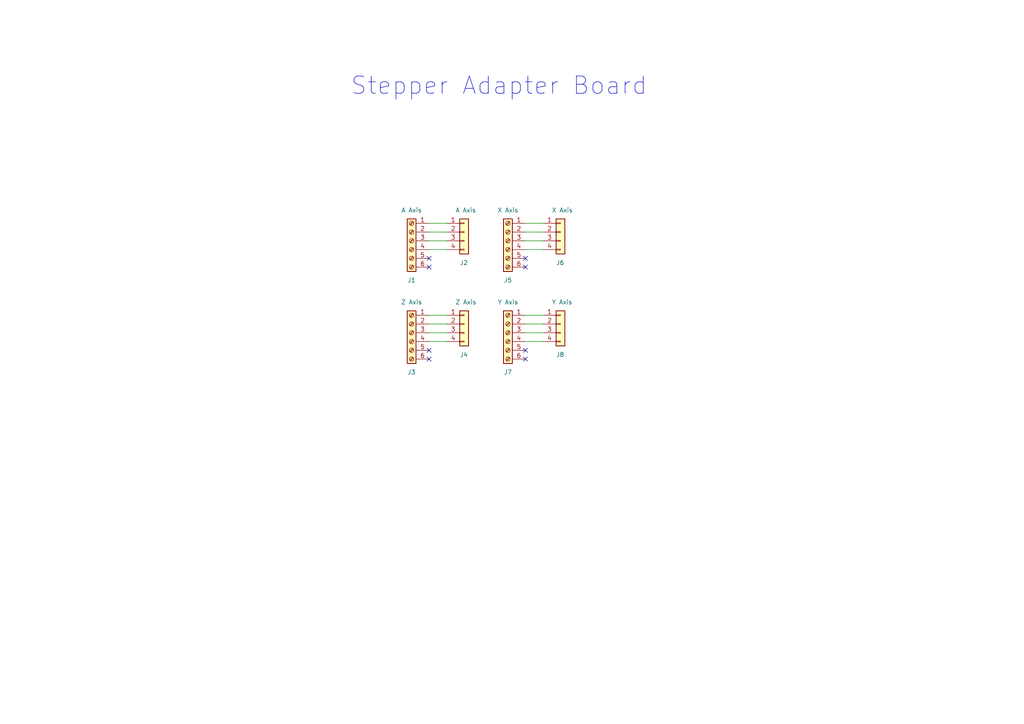
<source format=kicad_sch>
(kicad_sch (version 20211123) (generator eeschema)
  (paper "A4")
  (title_block (title "Stepper Adapter Board"))
  (lib_symbols
    (symbol "Connector:Screw_Terminal_01x06" (pin_names (offset 1.016) hide)
      (property "Reference" "J" (at 0 7.62 0))
      (property "Value" "Screw_Terminal_01x06" (at 0 -10.16 0))
      (symbol "Screw_Terminal_01x06_1_1"
        (rectangle (start -1.27 6.35) (end 1.27 -8.89) (stroke (width 0.254)) (fill (type background)))
        (circle (center 0 -7.62) (radius 0.635) (stroke (width 0.1524)))
        (circle (center 0 -5.08) (radius 0.635) (stroke (width 0.1524)))
        (circle (center 0 -2.54) (radius 0.635) (stroke (width 0.1524)))
        (polyline (pts (xy -0.5334 -7.2898) (xy 0.3302 -8.128)) (stroke (width 0.1524)))
        (polyline (pts (xy -0.5334 -4.7498) (xy 0.3302 -5.588)) (stroke (width 0.1524)))
        (polyline (pts (xy -0.5334 -2.2098) (xy 0.3302 -3.048)) (stroke (width 0.1524)))
        (polyline (pts (xy -0.5334 0.3302) (xy 0.3302 -0.508)) (stroke (width 0.1524)))
        (polyline (pts (xy -0.5334 2.8702) (xy 0.3302 2.032)) (stroke (width 0.1524)))
        (polyline (pts (xy -0.5334 5.4102) (xy 0.3302 4.572)) (stroke (width 0.1524)))
        (polyline (pts (xy -0.3556 -7.112) (xy 0.508 -7.9502)) (stroke (width 0.1524)))
        (polyline (pts (xy -0.3556 -4.572) (xy 0.508 -5.4102)) (stroke (width 0.1524)))
        (polyline (pts (xy -0.3556 -2.032) (xy 0.508 -2.8702)) (stroke (width 0.1524)))
        (polyline (pts (xy -0.3556 0.508) (xy 0.508 -0.3302)) (stroke (width 0.1524)))
        (polyline (pts (xy -0.3556 3.048) (xy 0.508 2.2098)) (stroke (width 0.1524)))
        (polyline (pts (xy -0.3556 5.588) (xy 0.508 4.7498)) (stroke (width 0.1524)))
        (circle (center 0 0) (radius 0.635) (stroke (width 0.1524)))
        (circle (center 0 2.54) (radius 0.635) (stroke (width 0.1524)))
        (circle (center 0 5.08) (radius 0.635) (stroke (width 0.1524)))
        (pin passive line (at -5.08 5.08 0) (length 3.81) (name "Pin_1") (number "1"))
        (pin passive line (at -5.08 2.54 0) (length 3.81) (name "Pin_2") (number "2"))
        (pin passive line (at -5.08 0 0) (length 3.81) (name "Pin_3") (number "3"))
        (pin passive line (at -5.08 -2.54 0) (length 3.81) (name "Pin_4") (number "4"))
        (pin passive line (at -5.08 -5.08 0) (length 3.81) (name "Pin_5") (number "5"))
        (pin passive line (at -5.08 -7.62 0) (length 3.81) (name "Pin_6") (number "6"))
      )
    )
    (symbol "Connector_Generic:Conn_01x04" (pin_names (offset 1.016) hide)
      (property "Reference" "J" (at 0 5.08 0))
      (property "Value" "Conn_01x04" (at 0 -7.62 0))
      (symbol "Conn_01x04_1_1"
        (rectangle (start -1.27 -4.953) (end 0 -5.207) (stroke (width 0.1524)))
        (rectangle (start -1.27 -2.413) (end 0 -2.667) (stroke (width 0.1524)))
        (rectangle (start -1.27 0.127) (end 0 -0.127) (stroke (width 0.1524)))
        (rectangle (start -1.27 2.667) (end 0 2.413) (stroke (width 0.1524)))
        (rectangle (start -1.27 3.81) (end 1.27 -6.35) (stroke (width 0.254)) (fill (type background)))
        (pin passive line (at -5.08 2.54 0) (length 3.81) (name "Pin_1") (number "1"))
        (pin passive line (at -5.08 0 0) (length 3.81) (name "Pin_2") (number "2"))
        (pin passive line (at -5.08 -2.54 0) (length 3.81) (name "Pin_3") (number "3"))
        (pin passive line (at -5.08 -5.08 0) (length 3.81) (name "Pin_4") (number "4"))
      )
    )
  )
  (no_connect (at 124.46 74.93))
  (no_connect (at 124.46 77.47))
  (no_connect (at 152.4 77.47))
  (no_connect (at 152.4 101.6))
  (no_connect (at 152.4 104.14))
  (no_connect (at 152.4 74.93))
  (no_connect (at 124.46 101.6))
  (no_connect (at 124.46 104.14))
  (wire (pts (xy 124.46 72.39) (xy 129.54 72.39)))
  (wire (pts (xy 124.46 96.52) (xy 129.54 96.52)))
  (wire (pts (xy 152.4 64.77) (xy 157.48 64.77)))
  (wire (pts (xy 124.46 99.06) (xy 129.54 99.06)))
  (wire (pts (xy 152.4 96.52) (xy 157.48 96.52)))
  (wire (pts (xy 152.4 99.06) (xy 157.48 99.06)))
  (wire (pts (xy 152.4 91.44) (xy 157.48 91.44)))
  (wire (pts (xy 152.4 93.98) (xy 157.48 93.98)))
  (wire (pts (xy 124.46 91.44) (xy 129.54 91.44)))
  (wire (pts (xy 152.4 69.85) (xy 157.48 69.85)))
  (wire (pts (xy 124.46 69.85) (xy 129.54 69.85)))
  (wire (pts (xy 124.46 93.98) (xy 129.54 93.98)))
  (wire (pts (xy 124.46 67.31) (xy 129.54 67.31)))
  (wire (pts (xy 152.4 67.31) (xy 157.48 67.31)))
  (wire (pts (xy 124.46 64.77) (xy 129.54 64.77)))
  (wire (pts (xy 152.4 72.39) (xy 157.48 72.39)))
  (text "Stepper Adapter Board" (at 101.6 27.94 0) (effects (font (size 5.02 5.02)) (justify left bottom)))
  (symbol (lib_id "Connector:Screw_Terminal_01x06") (at 119.38 96.52 0) (mirror y) (unit 1)
    (property "Reference" "J3" (at 119.38 107.95 0))
    (property "Value" "Z Axis" (at 119.38 87.63 0))
    (property "Footprint" "Connector_Phoenix_MSTB:PhoenixContact_MSTBA_2,5_6-G-5,08_1x06_P5.08mm_Horizontal" (effects hide))
  )
  (symbol (lib_id "Connector_Generic:Conn_01x04") (at 134.62 67.31 0) (unit 1)
    (property "Reference" "J2" (at 133.35 76.2 0) (effects (justify left)))
    (property "Value" "A Axis" (at 132.08 60.96 0) (effects (justify left)))
    (property "Footprint" "Connector_PinHeader_2.54mm:PinHeader_1x04_P2.54mm_Vertical" (effects hide))
  )
  (symbol (lib_id "Connector:Screw_Terminal_01x06") (at 147.32 69.85 0) (mirror y) (unit 1)
    (property "Reference" "J5" (at 147.32 81.28 0))
    (property "Value" "X Axis" (at 147.32 60.96 0))
    (property "Footprint" "Connector_Phoenix_MSTB:PhoenixContact_MSTBA_2,5_6-G-5,08_1x06_P5.08mm_Horizontal" (effects hide))
  )
  (symbol (lib_id "Connector_Generic:Conn_01x04") (at 162.56 67.31 0) (unit 1)
    (property "Reference" "J6" (at 161.29 76.2 0) (effects (justify left)))
    (property "Value" "X Axis" (at 160.02 60.96 0) (effects (justify left)))
    (property "Footprint" "Connector_PinHeader_2.54mm:PinHeader_1x04_P2.54mm_Vertical" (effects hide))
  )
  (symbol (lib_id "Connector_Generic:Conn_01x04") (at 162.56 93.98 0) (unit 1)
    (property "Reference" "J8" (at 161.29 102.87 0) (effects (justify left)))
    (property "Value" "Y Axis" (at 160.02 87.63 0) (effects (justify left)))
    (property "Footprint" "Connector_PinHeader_2.54mm:PinHeader_1x04_P2.54mm_Vertical" (effects hide))
  )
  (symbol (lib_id "Connector:Screw_Terminal_01x06") (at 147.32 96.52 0) (mirror y) (unit 1)
    (property "Reference" "J7" (at 147.32 107.95 0))
    (property "Value" "Y Axis" (at 147.32 87.63 0))
    (property "Footprint" "Connector_Phoenix_MSTB:PhoenixContact_MSTBA_2,5_6-G-5,08_1x06_P5.08mm_Horizontal" (effects hide))
  )
  (symbol (lib_id "Connector_Generic:Conn_01x04") (at 134.62 93.98 0) (unit 1)
    (property "Reference" "J4" (at 133.35 102.87 0) (effects (justify left)))
    (property "Value" "Z Axis" (at 132.08 87.63 0) (effects (justify left)))
    (property "Footprint" "Connector_PinHeader_2.54mm:PinHeader_1x04_P2.54mm_Vertical" (effects hide))
  )
  (symbol (lib_id "Connector:Screw_Terminal_01x06") (at 119.38 69.85 0) (mirror y) (unit 1)
    (property "Reference" "J1" (at 119.38 81.28 0))
    (property "Value" "A Axis" (at 119.38 60.96 0))
    (property "Footprint" "Connector_Phoenix_MSTB:PhoenixContact_MSTBA_2,5_6-G-5,08_1x06_P5.08mm_Horizontal" (effects hide))
  )
)
</source>
